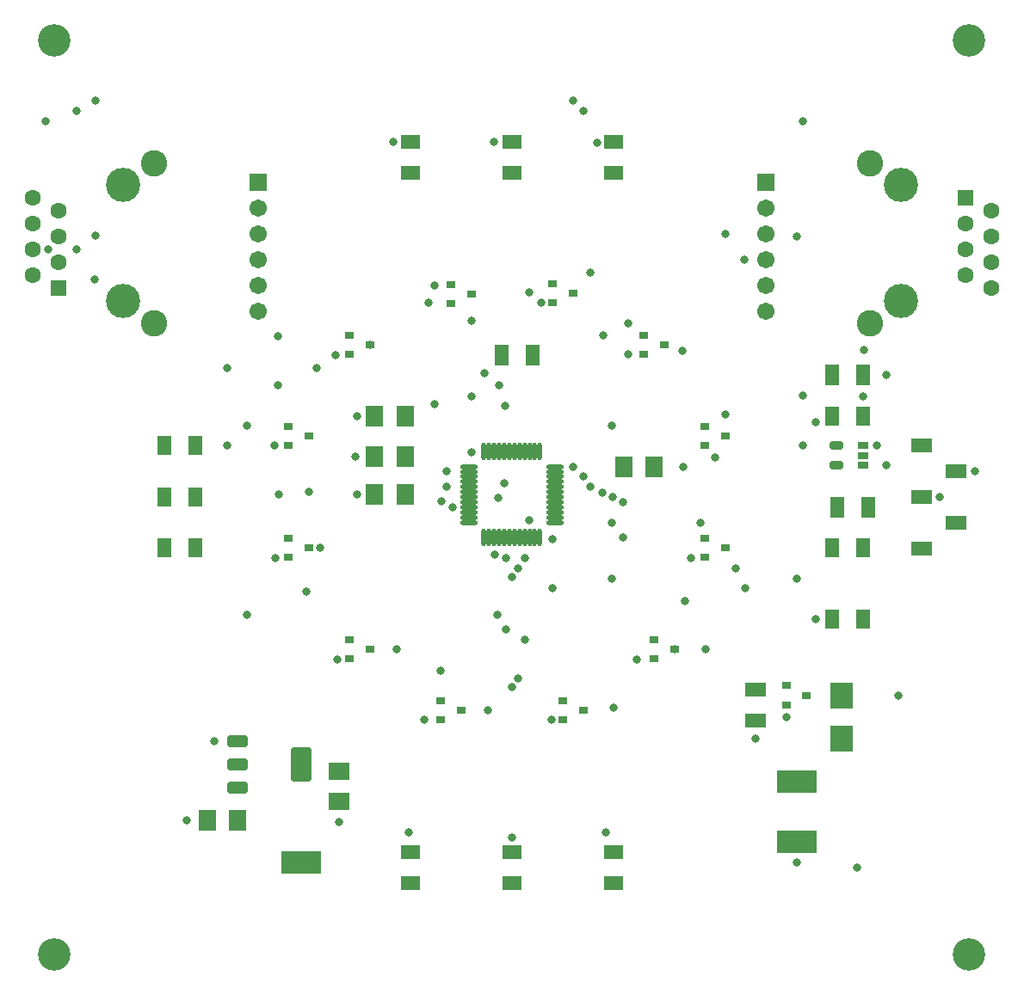
<source format=gts>
G04*
G04 #@! TF.GenerationSoftware,Altium Limited,Altium Designer,23.9.2 (47)*
G04*
G04 Layer_Color=8388736*
%FSLAX44Y44*%
%MOMM*%
G71*
G04*
G04 #@! TF.SameCoordinates,63E22B9A-3F1A-4F83-A6EB-2A786139D624*
G04*
G04*
G04 #@! TF.FilePolarity,Negative*
G04*
G01*
G75*
%ADD20R,0.9000X0.8000*%
%ADD21R,2.3000X2.5000*%
%ADD23R,1.3561X1.8582*%
G04:AMPARAMS|DCode=24|XSize=1.1mm|YSize=0.6mm|CornerRadius=0.051mm|HoleSize=0mm|Usage=FLASHONLY|Rotation=180.000|XOffset=0mm|YOffset=0mm|HoleType=Round|Shape=RoundedRectangle|*
%AMROUNDEDRECTD24*
21,1,1.1000,0.4980,0,0,180.0*
21,1,0.9980,0.6000,0,0,180.0*
1,1,0.1020,-0.4990,0.2490*
1,1,0.1020,0.4990,0.2490*
1,1,0.1020,0.4990,-0.2490*
1,1,0.1020,-0.4990,-0.2490*
%
%ADD24ROUNDEDRECTD24*%
%ADD31R,1.8582X1.3561*%
%ADD33O,1.7032X0.5032*%
%ADD34O,0.5032X1.7032*%
%ADD35R,1.7032X2.1032*%
G04:AMPARAMS|DCode=36|XSize=1.3032mm|YSize=0.8032mm|CornerRadius=0.1526mm|HoleSize=0mm|Usage=FLASHONLY|Rotation=180.000|XOffset=0mm|YOffset=0mm|HoleType=Round|Shape=RoundedRectangle|*
%AMROUNDEDRECTD36*
21,1,1.3032,0.4980,0,0,180.0*
21,1,0.9980,0.8032,0,0,180.0*
1,1,0.3052,-0.4990,0.2490*
1,1,0.3052,0.4990,0.2490*
1,1,0.3052,0.4990,-0.2490*
1,1,0.3052,-0.4990,-0.2490*
%
%ADD36ROUNDEDRECTD36*%
%ADD37R,1.4532X2.0032*%
%ADD38R,4.0032X2.2332*%
%ADD39R,2.1300X1.3700*%
G04:AMPARAMS|DCode=40|XSize=1.1032mm|YSize=1.9532mm|CornerRadius=0.1511mm|HoleSize=0mm|Usage=FLASHONLY|Rotation=90.000|XOffset=0mm|YOffset=0mm|HoleType=Round|Shape=RoundedRectangle|*
%AMROUNDEDRECTD40*
21,1,1.1032,1.6510,0,0,90.0*
21,1,0.8010,1.9532,0,0,90.0*
1,1,0.3022,0.8255,0.4005*
1,1,0.3022,0.8255,-0.4005*
1,1,0.3022,-0.8255,-0.4005*
1,1,0.3022,-0.8255,0.4005*
%
%ADD40ROUNDEDRECTD40*%
%ADD41R,2.1032X1.7032*%
G04:AMPARAMS|DCode=42|XSize=3.4032mm|YSize=1.9532mm|CornerRadius=0.1541mm|HoleSize=0mm|Usage=FLASHONLY|Rotation=90.000|XOffset=0mm|YOffset=0mm|HoleType=Round|Shape=RoundedRectangle|*
%AMROUNDEDRECTD42*
21,1,3.4032,1.6450,0,0,90.0*
21,1,3.0950,1.9532,0,0,90.0*
1,1,0.3082,0.8225,1.5475*
1,1,0.3082,0.8225,-1.5475*
1,1,0.3082,-0.8225,-1.5475*
1,1,0.3082,-0.8225,1.5475*
%
%ADD42ROUNDEDRECTD42*%
%ADD43R,2.0032X1.4532*%
%ADD44C,3.3732*%
%ADD45C,2.6032*%
%ADD46C,1.6032*%
%ADD47R,1.6032X1.6032*%
%ADD48C,3.2032*%
%ADD49C,1.7032*%
%ADD50R,1.7032X1.7032*%
%ADD51C,0.8032*%
D20*
X630000Y659500D02*
D03*
Y640500D02*
D03*
X650000Y650000D02*
D03*
X770000Y314374D02*
D03*
Y295374D02*
D03*
X790000Y304874D02*
D03*
X300000Y560000D02*
D03*
X280000Y550500D02*
D03*
Y569500D02*
D03*
X300000Y450000D02*
D03*
X280000Y440500D02*
D03*
Y459500D02*
D03*
X360000Y650000D02*
D03*
X340000Y640500D02*
D03*
Y659500D02*
D03*
X460000Y700000D02*
D03*
X440000Y690500D02*
D03*
Y709500D02*
D03*
X660000Y350000D02*
D03*
X640000Y340500D02*
D03*
Y359500D02*
D03*
X570000Y290000D02*
D03*
X550000Y280500D02*
D03*
Y299500D02*
D03*
X450000Y290000D02*
D03*
X430000Y280500D02*
D03*
Y299500D02*
D03*
X360000Y350000D02*
D03*
X340000Y340500D02*
D03*
Y359500D02*
D03*
X560000Y700500D02*
D03*
X540000Y691000D02*
D03*
Y710000D02*
D03*
X710000Y560000D02*
D03*
X690000Y550500D02*
D03*
Y569500D02*
D03*
X710000Y450000D02*
D03*
X690000Y440500D02*
D03*
Y459500D02*
D03*
D21*
X824519Y304874D02*
D03*
Y261874D02*
D03*
D23*
X814739Y580000D02*
D03*
X845261D02*
D03*
X814739Y450000D02*
D03*
X845261D02*
D03*
X188467D02*
D03*
X157945D02*
D03*
X188618Y500000D02*
D03*
X158097D02*
D03*
X188618Y550500D02*
D03*
X158097D02*
D03*
X845261Y380000D02*
D03*
X814739D02*
D03*
D24*
X845261Y531500D02*
D03*
Y541000D02*
D03*
Y550500D02*
D03*
D31*
X500000Y120000D02*
D03*
Y150522D02*
D03*
X400000Y120000D02*
D03*
Y150522D02*
D03*
X600000Y120000D02*
D03*
Y150522D02*
D03*
X400000Y850000D02*
D03*
Y819478D02*
D03*
X500000Y850000D02*
D03*
Y819478D02*
D03*
X600000Y850000D02*
D03*
Y819478D02*
D03*
D33*
X457500Y475000D02*
D03*
Y480000D02*
D03*
Y485000D02*
D03*
Y490000D02*
D03*
Y495000D02*
D03*
Y500000D02*
D03*
Y505000D02*
D03*
Y510000D02*
D03*
Y515000D02*
D03*
Y520000D02*
D03*
Y525000D02*
D03*
Y530000D02*
D03*
X542500D02*
D03*
Y525000D02*
D03*
Y520000D02*
D03*
Y515000D02*
D03*
Y510000D02*
D03*
Y505000D02*
D03*
Y500000D02*
D03*
Y495000D02*
D03*
Y490000D02*
D03*
Y485000D02*
D03*
Y480000D02*
D03*
Y475000D02*
D03*
D34*
X472500Y545000D02*
D03*
X477500D02*
D03*
X482500D02*
D03*
X487500D02*
D03*
X492500D02*
D03*
X497500D02*
D03*
X502500D02*
D03*
X507500D02*
D03*
X512500D02*
D03*
X517500D02*
D03*
X522500D02*
D03*
X527500D02*
D03*
Y460000D02*
D03*
X522500D02*
D03*
X517500D02*
D03*
X512500D02*
D03*
X507500D02*
D03*
X502500D02*
D03*
X497500D02*
D03*
X492500D02*
D03*
X487500D02*
D03*
X482500D02*
D03*
X477500D02*
D03*
X472500D02*
D03*
D35*
X230000Y182000D02*
D03*
X200000D02*
D03*
X365000Y540000D02*
D03*
X395000D02*
D03*
X365000Y502500D02*
D03*
X395000D02*
D03*
Y580000D02*
D03*
X365000D02*
D03*
X610000Y530000D02*
D03*
X640000D02*
D03*
D36*
X819261Y550500D02*
D03*
Y531500D02*
D03*
D37*
X850251Y489789D02*
D03*
X819751D02*
D03*
X490000Y640000D02*
D03*
X814761Y620000D02*
D03*
X845261D02*
D03*
X520500Y640000D02*
D03*
D38*
X780000Y160302D02*
D03*
Y220000D02*
D03*
X292500Y140000D02*
D03*
D39*
X902850Y449200D02*
D03*
Y550800D02*
D03*
X937150Y525400D02*
D03*
X902850Y500000D02*
D03*
X937150Y474600D02*
D03*
D40*
X230000Y237000D02*
D03*
Y214000D02*
D03*
Y260000D02*
D03*
D41*
X330000Y230000D02*
D03*
Y200000D02*
D03*
D42*
X292500Y237000D02*
D03*
D43*
X740000Y279750D02*
D03*
Y310250D02*
D03*
D44*
X882750Y692850D02*
D03*
Y807150D02*
D03*
X117250D02*
D03*
Y692850D02*
D03*
D45*
X852250Y671250D02*
D03*
Y828750D02*
D03*
X147750D02*
D03*
Y671250D02*
D03*
D46*
X971650Y705550D02*
D03*
X946250Y718250D02*
D03*
X971650Y730950D02*
D03*
X946250Y743650D02*
D03*
X971650Y756350D02*
D03*
X946250Y769050D02*
D03*
X971650Y781750D02*
D03*
X28350Y794450D02*
D03*
X53750Y781750D02*
D03*
X28350Y769050D02*
D03*
X53750Y756350D02*
D03*
X28350Y743650D02*
D03*
X53750Y730950D02*
D03*
X28350Y718250D02*
D03*
D47*
X946250Y794450D02*
D03*
X53750Y705550D02*
D03*
D48*
X950000Y50000D02*
D03*
Y950000D02*
D03*
X50000Y50000D02*
D03*
Y950000D02*
D03*
D49*
X250000Y683000D02*
D03*
Y784600D02*
D03*
Y708400D02*
D03*
Y733800D02*
D03*
Y759200D02*
D03*
X750000D02*
D03*
Y733800D02*
D03*
Y708400D02*
D03*
Y784600D02*
D03*
Y683000D02*
D03*
D50*
X250000Y810000D02*
D03*
X750000D02*
D03*
D51*
X493387Y590000D02*
D03*
X492790Y513245D02*
D03*
X326601Y640000D02*
D03*
X486193Y498918D02*
D03*
X487387Y610000D02*
D03*
X435500Y510000D02*
D03*
Y525134D02*
D03*
X441500Y490000D02*
D03*
X859355Y550500D02*
D03*
X311707Y449761D02*
D03*
X43933Y743650D02*
D03*
X473181Y622000D02*
D03*
X460000Y544500D02*
D03*
Y598806D02*
D03*
X476817Y290000D02*
D03*
X460000Y673564D02*
D03*
X423703Y708400D02*
D03*
X424000Y591194D02*
D03*
X418000Y691000D02*
D03*
X517465Y701193D02*
D03*
X614712Y640500D02*
D03*
X676000Y440152D02*
D03*
X623218Y340000D02*
D03*
X690941Y350365D02*
D03*
X517465Y477500D02*
D03*
X483422Y443000D02*
D03*
X798601Y573399D02*
D03*
Y380000D02*
D03*
X780000Y420000D02*
D03*
X700000Y539000D02*
D03*
X710000Y581000D02*
D03*
X786000Y600000D02*
D03*
X710000Y759050D02*
D03*
X512487Y440152D02*
D03*
X921053Y500000D02*
D03*
X538806Y280500D02*
D03*
X780000Y756350D02*
D03*
X840000Y135000D02*
D03*
X669000Y530000D02*
D03*
X529256Y691000D02*
D03*
X413470Y280500D02*
D03*
X207296Y260000D02*
D03*
X180000Y182000D02*
D03*
X330000Y180000D02*
D03*
X328000Y340000D02*
D03*
X347500Y502500D02*
D03*
X346306Y540000D02*
D03*
X347500Y580000D02*
D03*
X266343Y551000D02*
D03*
X267351Y440116D02*
D03*
X41474Y870000D02*
D03*
X786000D02*
D03*
X71792Y743650D02*
D03*
X89426Y714390D02*
D03*
X955569Y525431D02*
D03*
X770000Y283000D02*
D03*
X740000Y261874D02*
D03*
X780000Y140000D02*
D03*
X729281Y410000D02*
D03*
X720000Y430000D02*
D03*
X846000Y644860D02*
D03*
X667483Y643899D02*
D03*
X845145Y599403D02*
D03*
X786000Y550800D02*
D03*
X868109Y620000D02*
D03*
Y531500D02*
D03*
X685193Y474857D02*
D03*
X660000Y350000D02*
D03*
X670000Y397843D02*
D03*
X880000Y304874D02*
D03*
X500000Y164913D02*
D03*
X592593Y170000D02*
D03*
X600000Y292500D02*
D03*
X430000Y329147D02*
D03*
X430500Y496000D02*
D03*
X614712Y671250D02*
D03*
X584000Y849008D02*
D03*
X482346Y850000D02*
D03*
X383581D02*
D03*
X308309Y626750D02*
D03*
X220000Y626843D02*
D03*
Y550500D02*
D03*
X270000Y610000D02*
D03*
X360000Y650000D02*
D03*
X300000Y505000D02*
D03*
X270750Y502500D02*
D03*
X239500Y570000D02*
D03*
X239619Y384343D02*
D03*
X297750Y406601D02*
D03*
X398884Y170000D02*
D03*
X386807Y350000D02*
D03*
X485744Y384343D02*
D03*
X494000Y370000D02*
D03*
X506000Y430000D02*
D03*
X270000Y657957D02*
D03*
X512807Y359500D02*
D03*
X494000Y440000D02*
D03*
X500000Y312546D02*
D03*
Y421194D02*
D03*
X506000Y321691D02*
D03*
X728928Y733469D02*
D03*
X540000Y410000D02*
D03*
Y458806D02*
D03*
X609718Y460000D02*
D03*
X598307Y475000D02*
D03*
X598593Y420000D02*
D03*
X609625Y494913D02*
D03*
X598593Y570000D02*
D03*
X599500Y500000D02*
D03*
X588806Y504000D02*
D03*
X577500Y510000D02*
D03*
X590000Y659015D02*
D03*
X577500Y720673D02*
D03*
X570000Y520411D02*
D03*
X560000Y530000D02*
D03*
X90000Y757667D02*
D03*
Y890000D02*
D03*
X560000D02*
D03*
X71792Y880000D02*
D03*
X570000D02*
D03*
M02*

</source>
